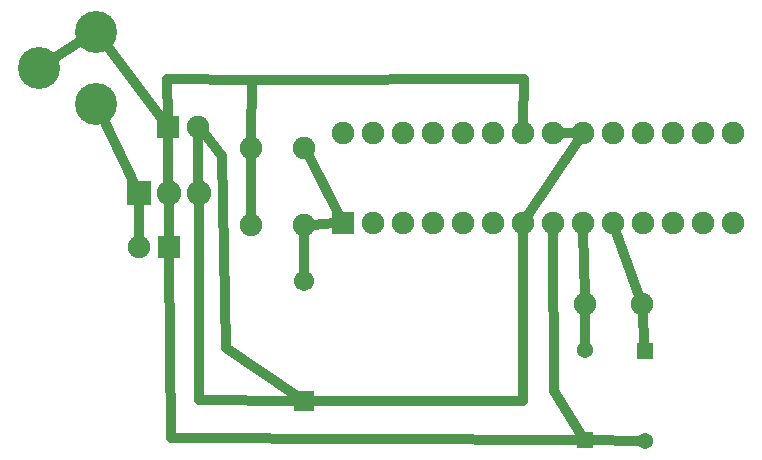
<source format=gbl>
G04 MADE WITH FRITZING*
G04 WWW.FRITZING.ORG*
G04 SINGLE SIDED*
G04 HOLES NOT PLATED*
G04 CONTOUR ON CENTER OF CONTOUR VECTOR*
%ASAXBY*%
%FSLAX23Y23*%
%MOIN*%
%OFA0B0*%
%SFA1.0B1.0*%
%ADD10C,0.075000*%
%ADD11C,0.082000*%
%ADD12C,0.067000*%
%ADD13C,0.054000*%
%ADD14C,0.140000*%
%ADD15R,0.075000X0.075000*%
%ADD16R,0.082000X0.082000*%
%ADD17R,0.067000X0.067000*%
%ADD18R,0.054000X0.054000*%
%ADD19C,0.033333*%
%LNCOPPER0*%
G90*
G70*
G54D10*
X583Y1154D03*
X683Y1154D03*
X587Y751D03*
X487Y751D03*
G54D11*
X487Y931D03*
X587Y931D03*
X687Y931D03*
G54D10*
X1167Y832D03*
X1167Y1132D03*
X1267Y832D03*
X1267Y1132D03*
X1367Y832D03*
X1367Y1132D03*
X1467Y832D03*
X1467Y1132D03*
X1567Y832D03*
X1567Y1132D03*
X1667Y832D03*
X1667Y1132D03*
X1767Y832D03*
X1767Y1132D03*
X1867Y832D03*
X1867Y1132D03*
X1967Y832D03*
X1967Y1132D03*
X2067Y832D03*
X2067Y1132D03*
X2167Y832D03*
X2167Y1132D03*
X2267Y832D03*
X2267Y1132D03*
X2367Y832D03*
X2367Y1132D03*
X2467Y832D03*
X2467Y1132D03*
G54D12*
X1038Y240D03*
X1038Y640D03*
G54D10*
X1039Y1082D03*
X1039Y826D03*
X862Y1082D03*
X862Y826D03*
G54D13*
X2174Y406D03*
X2174Y106D03*
X1974Y109D03*
X1974Y409D03*
G54D10*
X1973Y561D03*
X2165Y561D03*
G54D14*
X345Y1230D03*
X345Y1470D03*
X155Y1350D03*
G54D15*
X583Y1154D03*
X587Y751D03*
G54D16*
X487Y931D03*
G54D15*
X1167Y832D03*
G54D17*
X1038Y240D03*
G54D18*
X2174Y406D03*
X1974Y109D03*
G54D19*
X587Y899D02*
X587Y781D01*
D02*
X487Y781D02*
X487Y899D01*
D02*
X2078Y804D02*
X2155Y590D01*
D02*
X1973Y592D02*
X1968Y802D01*
D02*
X2172Y434D02*
X2167Y531D01*
D02*
X1974Y437D02*
X1973Y531D01*
D02*
X2001Y109D02*
X2146Y107D01*
D02*
X584Y1123D02*
X586Y963D01*
D02*
X684Y1123D02*
X686Y963D01*
D02*
X1069Y827D02*
X1137Y831D01*
D02*
X1008Y240D02*
X689Y242D01*
D02*
X689Y242D02*
X687Y899D01*
D02*
X1767Y802D02*
X1769Y238D01*
D02*
X1784Y858D02*
X1950Y1107D01*
D02*
X587Y720D02*
X593Y116D01*
D02*
X593Y116D02*
X1946Y110D01*
D02*
X583Y1184D02*
X582Y1313D01*
D02*
X1868Y802D02*
X1871Y272D01*
D02*
X864Y1310D02*
X862Y1112D01*
D02*
X1871Y272D02*
X1959Y132D01*
D02*
X582Y1313D02*
X864Y1310D01*
D02*
X1039Y795D02*
X1038Y669D01*
D02*
X1769Y238D02*
X1067Y240D01*
D02*
X473Y960D02*
X365Y1188D01*
D02*
X565Y1178D02*
X373Y1433D01*
D02*
X306Y1445D02*
X194Y1375D01*
D02*
X862Y1112D02*
X863Y1309D01*
D02*
X1771Y1313D02*
X1768Y1163D01*
D02*
X863Y1309D02*
X1771Y1313D01*
D02*
X1898Y1132D02*
X1937Y1132D01*
D02*
X1053Y1055D02*
X1153Y859D01*
D02*
X778Y416D02*
X1013Y257D01*
D02*
X766Y1057D02*
X778Y416D01*
D02*
X703Y1131D02*
X766Y1057D01*
D02*
X862Y1051D02*
X862Y856D01*
G04 End of Copper0*
M02*
</source>
